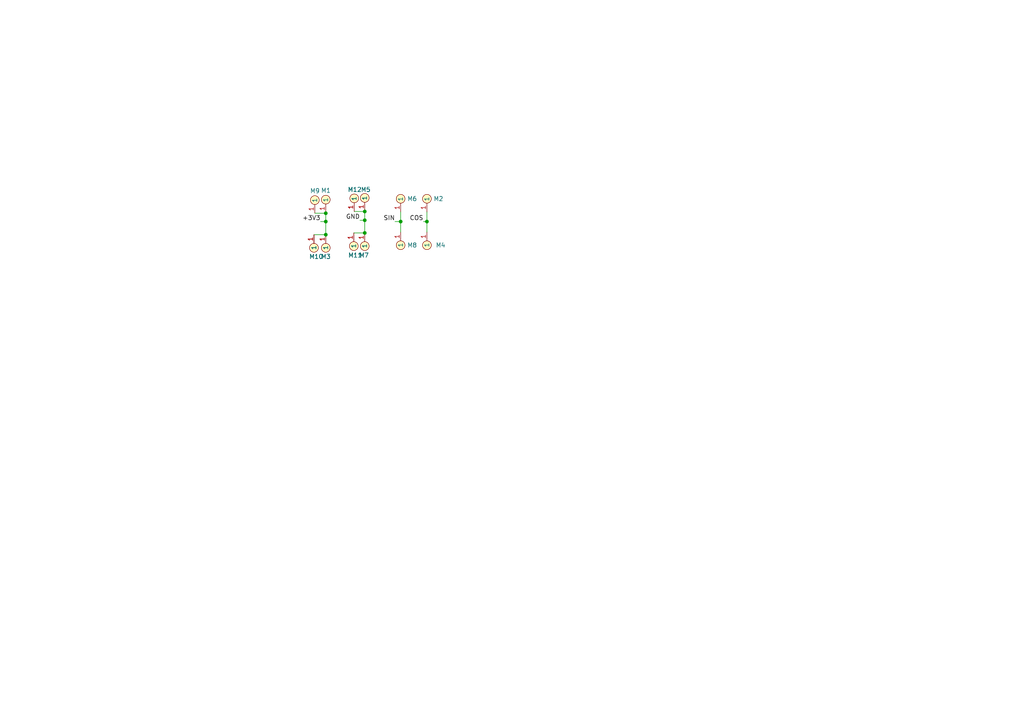
<source format=kicad_sch>
(kicad_sch (version 20230121) (generator eeschema)
  (paper "A4")
  (lib_symbols
    (symbol "adapter-encoder:THRU_HOLE_PAD" (in_bom no)
      (property "Reference" "M" (at 1.27 -2.54 0))
      (symbol "THRU_HOLE_PAD_0_1"
        (circle (center 1.27 0) (radius 1.27) (fill (type background)))
      )
      (symbol "THRU_HOLE_PAD_1_1"
        (pin passive line (at -2.54 0 0) (length 2.54) (name "1") (number "1"))
      )
    )
  )
  (junction (at 105.791 63.881))
  (junction (at 116.205 64.262))
  (junction (at 94.488 61.849))
  (junction (at 105.791 61.341))
  (junction (at 94.488 68.072))
  (junction (at 105.791 67.564))
  (junction (at 123.825 64.262))
  (junction (at 94.488 64.262))
  (wire (pts (xy 102.616 67.564) (xy 105.791 67.564)))
  (wire (pts (xy 105.791 63.881) (xy 105.791 67.564)))
  (wire (pts (xy 94.488 68.072) (xy 94.488 64.262)))
  (wire (pts (xy 123.825 64.262) (xy 123.825 67.31)))
  (wire (pts (xy 122.809 64.262) (xy 123.825 64.262)))
  (wire (pts (xy 94.488 64.262) (xy 94.488 61.849)))
  (wire (pts (xy 116.205 64.262) (xy 116.205 67.31)))
  (wire (pts (xy 104.394 63.881) (xy 105.791 63.881)))
  (wire (pts (xy 123.825 61.468) (xy 123.825 64.262)))
  (wire (pts (xy 94.488 61.849) (xy 94.488 61.722)))
  (wire (pts (xy 102.743 61.341) (xy 105.791 61.341)))
  (wire (pts (xy 114.554 64.262) (xy 116.205 64.262)))
  (wire (pts (xy 105.791 63.881) (xy 105.791 61.341)))
  (wire (pts (xy 91.313 61.849) (xy 94.488 61.849)))
  (wire (pts (xy 92.964 64.262) (xy 94.488 64.262)))
  (wire (pts (xy 91.059 68.072) (xy 94.488 68.072)))
  (wire (pts (xy 116.205 61.468) (xy 116.205 64.262)))
  (wire (pts (xy 105.791 61.341) (xy 105.791 61.214)))
  (label "SIN" (at 114.554 64.262 180))
  (label "GND" (at 104.394 63.881 180))
  (label "COS" (at 122.809 64.262 180))
  (label "+3V3" (at 92.964 64.262 180))
  (symbol (lib_id "adapter-encoder:THRU_HOLE_PAD") (at 102.616 70.104 270) (unit 1) (in_bom no)
    (property "Reference" "M11" (at 100.965 74.041 90) (effects (justify left)))
    (property "Value" "THRU_HOLE_PAD" (effects hide))
    (property "Footprint" "adapter-encoder:dogbone_pad" (effects hide))
  )
  (symbol (lib_id "adapter-encoder:THRU_HOLE_PAD") (at 105.791 58.674 90) (unit 1) (in_bom no)
    (property "Reference" "M5" (at 104.648 54.991 90) (effects (justify right)))
    (property "Value" "THRU_HOLE_PAD" (effects hide))
    (property "Footprint" "adapter-encoder:dogbone_pad" (effects hide))
  )
  (symbol (lib_id "adapter-encoder:THRU_HOLE_PAD") (at 91.313 59.309 90) (unit 1) (in_bom no)
    (property "Reference" "M9" (at 89.916 55.372 90) (effects (justify right)))
    (property "Value" "THRU_HOLE_PAD" (effects hide))
    (property "Footprint" "adapter-encoder:dogbone_pad" (effects hide))
  )
  (symbol (lib_id "adapter-encoder:THRU_HOLE_PAD") (at 123.825 58.928 90) (unit 1) (in_bom no)
    (property "Reference" "M2" (at 125.73 57.658 90) (effects (justify right)))
    (property "Value" "THRU_HOLE_PAD" (effects hide))
    (property "Footprint" "adapter-encoder:dogbone_pad" (effects hide))
  )
  (symbol (lib_id "adapter-encoder:THRU_HOLE_PAD") (at 94.488 59.182 90) (unit 1) (in_bom no)
    (property "Reference" "M1" (at 93.091 55.245 90) (effects (justify right)))
    (property "Value" "THRU_HOLE_PAD" (effects hide))
    (property "Footprint" "adapter-encoder:dogbone_pad" (effects hide))
  )
  (symbol (lib_id "adapter-encoder:THRU_HOLE_PAD") (at 116.205 58.928 90) (unit 1) (in_bom no)
    (property "Reference" "M6" (at 118.11 57.658 90) (effects (justify right)))
    (property "Value" "THRU_HOLE_PAD" (effects hide))
    (property "Footprint" "adapter-encoder:dogbone_pad" (effects hide))
  )
  (symbol (lib_id "adapter-encoder:THRU_HOLE_PAD") (at 91.059 70.612 270) (unit 1) (in_bom no)
    (property "Reference" "M10" (at 89.662 74.422 90) (effects (justify left)))
    (property "Value" "THRU_HOLE_PAD" (effects hide))
    (property "Footprint" "adapter-encoder:dogbone_pad" (effects hide))
  )
  (symbol (lib_id "adapter-encoder:THRU_HOLE_PAD") (at 105.791 70.104 270) (unit 1) (in_bom no)
    (property "Reference" "M7" (at 104.14 74.041 90) (effects (justify left)))
    (property "Value" "THRU_HOLE_PAD" (effects hide))
    (property "Footprint" "adapter-encoder:dogbone_pad" (effects hide))
  )
  (symbol (lib_id "adapter-encoder:THRU_HOLE_PAD") (at 123.825 69.85 270) (unit 1) (in_bom no)
    (property "Reference" "M4" (at 126.365 71.12 90) (effects (justify left)))
    (property "Value" "THRU_HOLE_PAD" (effects hide))
    (property "Footprint" "adapter-encoder:dogbone_pad" (effects hide))
  )
  (symbol (lib_id "adapter-encoder:THRU_HOLE_PAD") (at 102.743 58.801 90) (unit 1) (in_bom no)
    (property "Reference" "M12" (at 100.838 54.991 90) (effects (justify right)))
    (property "Value" "THRU_HOLE_PAD" (effects hide))
    (property "Footprint" "adapter-encoder:dogbone_pad" (effects hide))
  )
  (symbol (lib_id "adapter-encoder:THRU_HOLE_PAD") (at 94.488 70.612 270) (unit 1) (in_bom no)
    (property "Reference" "M3" (at 93.091 74.422 90) (effects (justify left)))
    (property "Value" "THRU_HOLE_PAD" (effects hide))
    (property "Footprint" "adapter-encoder:dogbone_pad" (effects hide))
  )
  (symbol (lib_id "adapter-encoder:THRU_HOLE_PAD") (at 116.205 69.85 270) (unit 1) (in_bom no)
    (property "Reference" "M8" (at 118.11 71.12 90) (effects (justify left)))
    (property "Value" "THRU_HOLE_PAD" (effects hide))
    (property "Footprint" "adapter-encoder:dogbone_pad" (effects hide))
  )
)
</source>
